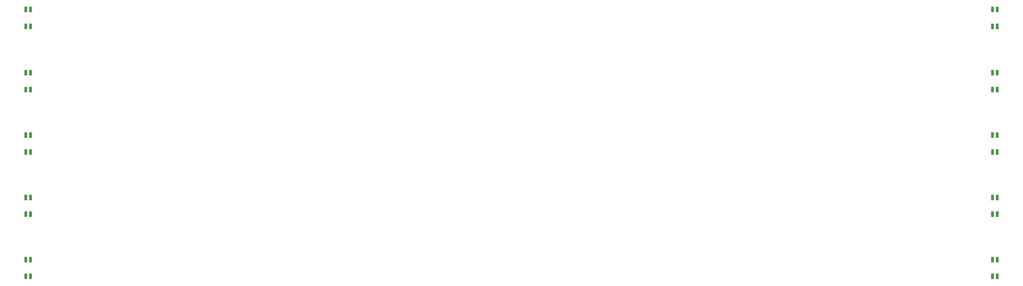
<source format=gbr>
%TF.GenerationSoftware,KiCad,Pcbnew,9.0.0*%
%TF.CreationDate,2025-03-15T16:45:42+01:00*%
%TF.ProjectId,orthgyle,6f727468-6779-46c6-952e-6b696361645f,1*%
%TF.SameCoordinates,Original*%
%TF.FileFunction,Paste,Bot*%
%TF.FilePolarity,Positive*%
%FSLAX46Y46*%
G04 Gerber Fmt 4.6, Leading zero omitted, Abs format (unit mm)*
G04 Created by KiCad (PCBNEW 9.0.0) date 2025-03-15 16:45:42*
%MOMM*%
%LPD*%
G01*
G04 APERTURE LIST*
G04 Aperture macros list*
%AMRoundRect*
0 Rectangle with rounded corners*
0 $1 Rounding radius*
0 $2 $3 $4 $5 $6 $7 $8 $9 X,Y pos of 4 corners*
0 Add a 4 corners polygon primitive as box body*
4,1,4,$2,$3,$4,$5,$6,$7,$8,$9,$2,$3,0*
0 Add four circle primitives for the rounded corners*
1,1,$1+$1,$2,$3*
1,1,$1+$1,$4,$5*
1,1,$1+$1,$6,$7*
1,1,$1+$1,$8,$9*
0 Add four rect primitives between the rounded corners*
20,1,$1+$1,$2,$3,$4,$5,0*
20,1,$1+$1,$4,$5,$6,$7,0*
20,1,$1+$1,$6,$7,$8,$9,0*
20,1,$1+$1,$8,$9,$2,$3,0*%
G04 Aperture macros list end*
%ADD10R,0.820000X1.700000*%
%ADD11RoundRect,0.205000X0.205000X-0.645000X0.205000X0.645000X-0.205000X0.645000X-0.205000X-0.645000X0*%
%ADD12RoundRect,0.205000X-0.205000X0.645000X-0.205000X-0.645000X0.205000X-0.645000X0.205000X0.645000X0*%
G04 APERTURE END LIST*
D10*
X357390000Y-125486000D03*
X358890000Y-125486000D03*
D11*
X358890000Y-120386000D03*
D10*
X357390000Y-120386000D03*
X357390000Y-144542159D03*
X358890000Y-144542159D03*
D11*
X358890000Y-139442159D03*
D10*
X357390000Y-139442159D03*
X63742000Y-177442159D03*
X62242000Y-177442159D03*
D12*
X62242000Y-182542159D03*
D10*
X63742000Y-182542159D03*
X63742000Y-158442159D03*
X62242000Y-158442159D03*
D12*
X62242000Y-163542159D03*
D10*
X63742000Y-163542159D03*
X63742000Y-101082000D03*
X62242000Y-101082000D03*
D12*
X62242000Y-106182000D03*
D10*
X63742000Y-106182000D03*
X357390000Y-106182000D03*
X358890000Y-106182000D03*
D11*
X358890000Y-101082000D03*
D10*
X357390000Y-101082000D03*
X63742000Y-139442159D03*
X62242000Y-139442159D03*
D12*
X62242000Y-144542159D03*
D10*
X63742000Y-144542159D03*
X357390000Y-163542159D03*
X358890000Y-163542159D03*
D11*
X358890000Y-158442159D03*
D10*
X357390000Y-158442159D03*
X357390000Y-182542159D03*
X358890000Y-182542159D03*
D11*
X358890000Y-177442159D03*
D10*
X357390000Y-177442159D03*
X63742000Y-120386000D03*
X62242000Y-120386000D03*
D12*
X62242000Y-125486000D03*
D10*
X63742000Y-125486000D03*
M02*

</source>
